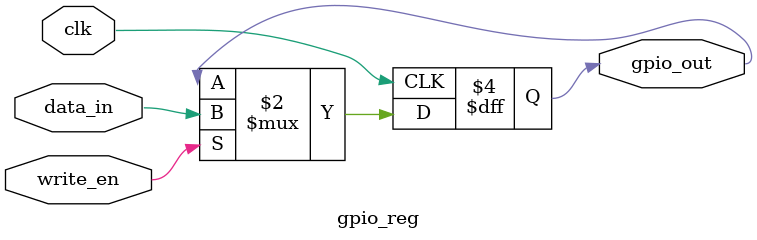
<source format=v>
module gpio_reg (
    input  wire clk,
    input  wire write_en,
    input  wire data_in,
    output reg  gpio_out
);
always @(posedge clk)
begin
    if (write_en)
        gpio_out <= data_in;
end
endmodule

</source>
